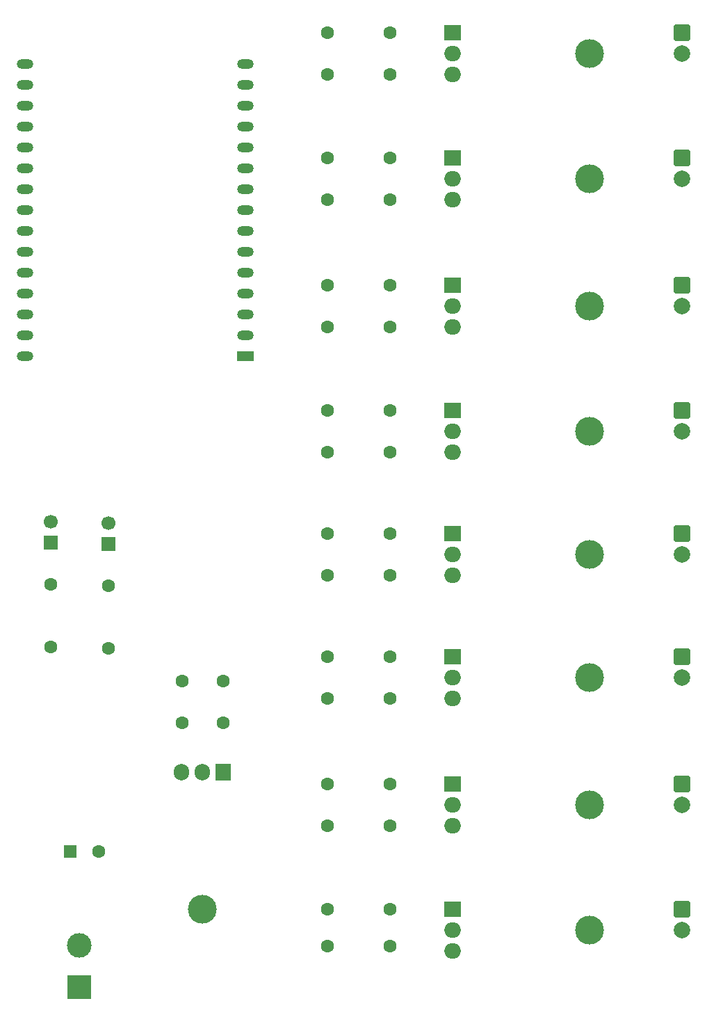
<source format=gbr>
%TF.GenerationSoftware,KiCad,Pcbnew,9.0.7*%
%TF.CreationDate,2026-02-12T14:15:23+00:00*%
%TF.ProjectId,VANDIMMER-8CH,56414e44-494d-44d4-9552-2d3843482e6b,rev?*%
%TF.SameCoordinates,Original*%
%TF.FileFunction,Soldermask,Top*%
%TF.FilePolarity,Negative*%
%FSLAX46Y46*%
G04 Gerber Fmt 4.6, Leading zero omitted, Abs format (unit mm)*
G04 Created by KiCad (PCBNEW 9.0.7) date 2026-02-12 14:15:23*
%MOMM*%
%LPD*%
G01*
G04 APERTURE LIST*
G04 Aperture macros list*
%AMRoundRect*
0 Rectangle with rounded corners*
0 $1 Rounding radius*
0 $2 $3 $4 $5 $6 $7 $8 $9 X,Y pos of 4 corners*
0 Add a 4 corners polygon primitive as box body*
4,1,4,$2,$3,$4,$5,$6,$7,$8,$9,$2,$3,0*
0 Add four circle primitives for the rounded corners*
1,1,$1+$1,$2,$3*
1,1,$1+$1,$4,$5*
1,1,$1+$1,$6,$7*
1,1,$1+$1,$8,$9*
0 Add four rect primitives between the rounded corners*
20,1,$1+$1,$2,$3,$4,$5,0*
20,1,$1+$1,$4,$5,$6,$7,0*
20,1,$1+$1,$6,$7,$8,$9,0*
20,1,$1+$1,$8,$9,$2,$3,0*%
G04 Aperture macros list end*
%ADD10C,1.600000*%
%ADD11RoundRect,0.250000X-0.550000X-0.550000X0.550000X-0.550000X0.550000X0.550000X-0.550000X0.550000X0*%
%ADD12C,3.500000*%
%ADD13R,2.000000X1.905000*%
%ADD14O,2.000000X1.905000*%
%ADD15R,1.700000X1.700000*%
%ADD16C,1.700000*%
%ADD17RoundRect,0.250000X-0.750000X0.750000X-0.750000X-0.750000X0.750000X-0.750000X0.750000X0.750000X0*%
%ADD18C,2.000000*%
%ADD19R,1.905000X2.000000*%
%ADD20O,1.905000X2.000000*%
%ADD21R,3.000000X3.000000*%
%ADD22C,3.000000*%
%ADD23R,2.000000X1.200000*%
%ADD24O,2.000000X1.200000*%
G04 APERTURE END LIST*
D10*
%TO.C,R18*%
X39990000Y-107770000D03*
X39990000Y-115390000D03*
%TD*%
D11*
%TO.C,C4*%
X42307349Y-140297349D03*
D10*
X45807349Y-140297349D03*
%TD*%
%TO.C,C1*%
X55960000Y-124650000D03*
X60960000Y-124650000D03*
%TD*%
D12*
%TO.C,Q3*%
X105560000Y-73940000D03*
D13*
X88900000Y-71400000D03*
D14*
X88900000Y-73940000D03*
X88900000Y-76480000D03*
%TD*%
D15*
%TO.C,J10*%
X46990000Y-102870000D03*
D16*
X46990000Y-100330000D03*
%TD*%
D17*
%TO.C,J9*%
X116840000Y-147320000D03*
D18*
X116840000Y-149860000D03*
%TD*%
D10*
%TO.C,R9*%
X81280000Y-101600000D03*
X73660000Y-101600000D03*
%TD*%
D12*
%TO.C,Q7*%
X105560000Y-134620000D03*
D13*
X88900000Y-132080000D03*
D14*
X88900000Y-134620000D03*
X88900000Y-137160000D03*
%TD*%
D10*
%TO.C,R7*%
X81280000Y-86640000D03*
X73660000Y-86640000D03*
%TD*%
%TO.C,R1*%
X81280000Y-40640000D03*
X73660000Y-40640000D03*
%TD*%
%TO.C,R3*%
X81280000Y-55880000D03*
X73660000Y-55880000D03*
%TD*%
%TO.C,R16*%
X73660000Y-151840000D03*
X81280000Y-151840000D03*
%TD*%
%TO.C,R17*%
X46990000Y-107950000D03*
X46990000Y-115570000D03*
%TD*%
D12*
%TO.C,Q2*%
X105560000Y-58420000D03*
D13*
X88900000Y-55880000D03*
D14*
X88900000Y-58420000D03*
X88900000Y-60960000D03*
%TD*%
D12*
%TO.C,U1*%
X58420000Y-147320000D03*
D19*
X60960000Y-130660000D03*
D20*
X58420000Y-130660000D03*
X55880000Y-130660000D03*
%TD*%
D17*
%TO.C,J5*%
X116840000Y-86640000D03*
D18*
X116840000Y-89180000D03*
%TD*%
D10*
%TO.C,R2*%
X73660000Y-45720000D03*
X81280000Y-45720000D03*
%TD*%
D17*
%TO.C,J6*%
X116840000Y-101600000D03*
D18*
X116840000Y-104140000D03*
%TD*%
D10*
%TO.C,R4*%
X73660000Y-60960000D03*
X81280000Y-60960000D03*
%TD*%
D17*
%TO.C,J4*%
X116840000Y-71400000D03*
D18*
X116840000Y-73940000D03*
%TD*%
D10*
%TO.C,R14*%
X73660000Y-137160000D03*
X81280000Y-137160000D03*
%TD*%
%TO.C,R5*%
X81280000Y-71400000D03*
X73660000Y-71400000D03*
%TD*%
%TO.C,R10*%
X73660000Y-106680000D03*
X81280000Y-106680000D03*
%TD*%
%TO.C,R15*%
X81280000Y-147320000D03*
X73660000Y-147320000D03*
%TD*%
D12*
%TO.C,Q8*%
X105560000Y-149860000D03*
D13*
X88900000Y-147320000D03*
D14*
X88900000Y-149860000D03*
X88900000Y-152400000D03*
%TD*%
D17*
%TO.C,J8*%
X116840000Y-132080000D03*
D18*
X116840000Y-134620000D03*
%TD*%
D12*
%TO.C,Q5*%
X105560000Y-104140000D03*
D13*
X88900000Y-101600000D03*
D14*
X88900000Y-104140000D03*
X88900000Y-106680000D03*
%TD*%
D15*
%TO.C,J11*%
X39990000Y-102690000D03*
D16*
X39990000Y-100150000D03*
%TD*%
D12*
%TO.C,Q1*%
X105560000Y-43180000D03*
D13*
X88900000Y-40640000D03*
D14*
X88900000Y-43180000D03*
X88900000Y-45720000D03*
%TD*%
D10*
%TO.C,R8*%
X73660000Y-91720000D03*
X81280000Y-91720000D03*
%TD*%
D17*
%TO.C,J7*%
X116840000Y-116560000D03*
D18*
X116840000Y-119100000D03*
%TD*%
D21*
%TO.C,J1*%
X43460000Y-156837349D03*
D22*
X43460000Y-151757349D03*
%TD*%
D10*
%TO.C,R12*%
X73660000Y-121640000D03*
X81280000Y-121640000D03*
%TD*%
D17*
%TO.C,J3*%
X116840000Y-55880000D03*
D18*
X116840000Y-58420000D03*
%TD*%
D10*
%TO.C,R13*%
X81280000Y-132080000D03*
X73660000Y-132080000D03*
%TD*%
%TO.C,R11*%
X81280000Y-116560000D03*
X73660000Y-116560000D03*
%TD*%
D12*
%TO.C,Q4*%
X105560000Y-89180000D03*
D13*
X88900000Y-86640000D03*
D14*
X88900000Y-89180000D03*
X88900000Y-91720000D03*
%TD*%
D17*
%TO.C,J2*%
X116840000Y-40640000D03*
D18*
X116840000Y-43180000D03*
%TD*%
D12*
%TO.C,Q6*%
X105560000Y-119100000D03*
D13*
X88900000Y-116560000D03*
D14*
X88900000Y-119100000D03*
X88900000Y-121640000D03*
%TD*%
D10*
%TO.C,R6*%
X73660000Y-76480000D03*
X81280000Y-76480000D03*
%TD*%
%TO.C,C2*%
X55960000Y-119570000D03*
X60960000Y-119570000D03*
%TD*%
D23*
%TO.C,U2*%
X63690000Y-79987280D03*
D24*
X63690000Y-77447280D03*
X63690000Y-74907280D03*
X63690000Y-72367280D03*
X63690000Y-69827280D03*
X63690000Y-67287280D03*
X63690000Y-64747280D03*
X63690000Y-62207280D03*
X63690000Y-59667280D03*
X63690000Y-57127280D03*
X63690000Y-54587280D03*
X63690000Y-52047280D03*
X63690000Y-49507280D03*
X63690000Y-46967280D03*
X63690000Y-44427280D03*
X36830000Y-44450000D03*
X36830000Y-46990000D03*
X36826320Y-49527280D03*
X36826320Y-52067280D03*
X36826320Y-54607280D03*
X36826320Y-57147280D03*
X36826320Y-59687280D03*
X36826320Y-62227280D03*
X36826320Y-64767280D03*
X36826320Y-67307280D03*
X36826320Y-69847280D03*
X36826320Y-72387280D03*
X36826320Y-74927280D03*
X36826320Y-77467280D03*
X36826320Y-80007280D03*
%TD*%
M02*

</source>
